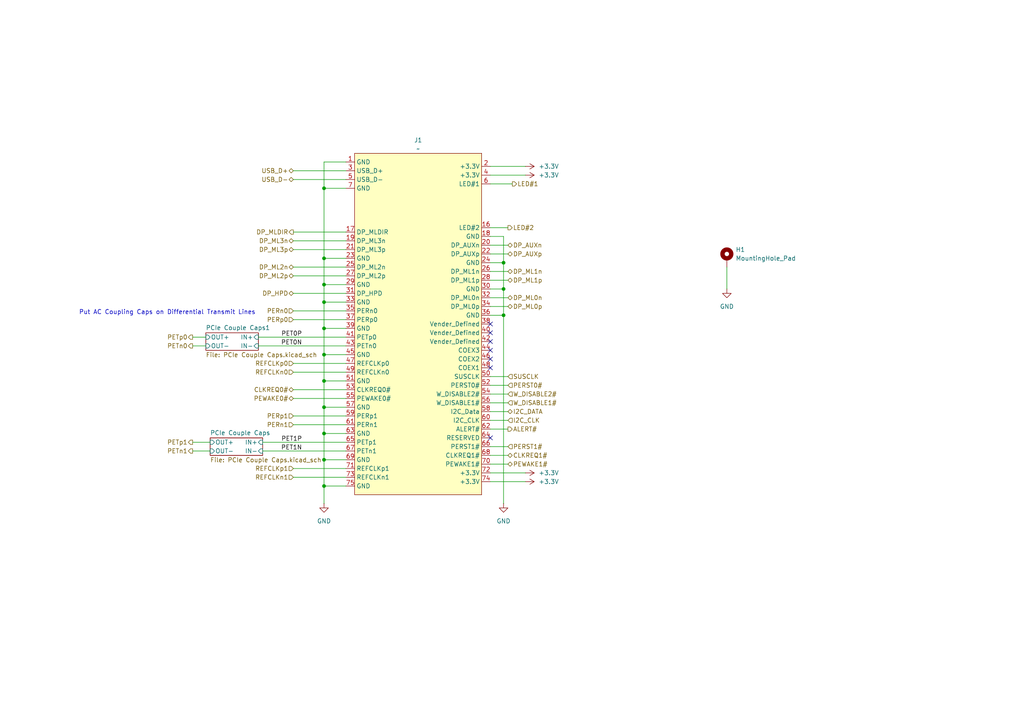
<source format=kicad_sch>
(kicad_sch (version 20250114) (generator "eeschema") (generator_version "9.0")
  (paper "A4")
  (lib_symbols
    (symbol "Mechanical:MountingHole_Pad" (pin_numbers (hide yes)) (pin_names (offset 1.016) (hide yes)) (in_bom no)
      (property "Reference" "H" (at 0 6.35 0))
      (property "Value" "MountingHole_Pad" (at 0 4.445 0))
      (symbol "MountingHole_Pad_0_1"
        (circle (center 0 1.27) (radius 1.27) (stroke (width 1.27)))
      )
      (symbol "MountingHole_Pad_1_1"
        (pin input line (at 0 -2.54 90) (length 2.54) (name "1") (number "1"))
      )
    )
    (symbol "PCIexpress:M.2_A_Key"
      (property "Reference" "J" (at 0 0 0))
      (symbol "M.2_A_Key_0_1"
        (rectangle (start -17.78 -5.08) (end 19.05 -104.14) (fill (type background)))
      )
      (symbol "M.2_A_Key_1_1"
        (pin power_in line (at -20.32 -7.62 0) (length 2.54) (name "GND") (number "1"))
        (pin bidirectional line (at -20.32 -10.16 0) (length 2.54) (name "USB_D+") (number "3"))
        (pin bidirectional line (at -20.32 -12.7 0) (length 2.54) (name "USB_D-") (number "5"))
        (pin power_in line (at -20.32 -15.24 0) (length 2.54) (name "GND") (number "7"))
        (pin output line (at -20.32 -27.94 0) (length 2.54) (name "DP_MLDIR") (number "17"))
        (pin bidirectional line (at -20.32 -30.48 0) (length 2.54) (name "DP_ML3n") (number "19"))
        (pin bidirectional line (at -20.32 -33.02 0) (length 2.54) (name "DP_ML3p") (number "21"))
        (pin power_in line (at -20.32 -35.56 0) (length 2.54) (name "GND") (number "23"))
        (pin bidirectional line (at -20.32 -38.1 0) (length 2.54) (name "DP_ML2n") (number "25"))
        (pin bidirectional line (at -20.32 -40.64 0) (length 2.54) (name "DP_ML2p") (number "27"))
        (pin power_in line (at -20.32 -43.18 0) (length 2.54) (name "GND") (number "29"))
        (pin bidirectional line (at -20.32 -45.72 0) (length 2.54) (name "DP_HPD") (number "31"))
        (pin power_in line (at -20.32 -48.26 0) (length 2.54) (name "GND") (number "33"))
        (pin input line (at -20.32 -50.8 0) (length 2.54) (name "PERn0") (number "35"))
        (pin input line (at -20.32 -53.34 0) (length 2.54) (name "PERp0") (number "37"))
        (pin power_in line (at -20.32 -55.88 0) (length 2.54) (name "GND") (number "39"))
        (pin output line (at -20.32 -58.42 0) (length 2.54) (name "PETp0") (number "41"))
        (pin output line (at -20.32 -60.96 0) (length 2.54) (name "PETn0") (number "43"))
        (pin power_in line (at -20.32 -63.5 0) (length 2.54) (name "GND") (number "45"))
        (pin input line (at -20.32 -66.04 0) (length 2.54) (name "REFCLKp0") (number "47"))
        (pin input line (at -20.32 -68.58 0) (length 2.54) (name "REFCLKn0") (number "49"))
        (pin power_in line (at -20.32 -71.12 0) (length 2.54) (name "GND") (number "51"))
        (pin bidirectional line (at -20.32 -73.66 0) (length 2.54) (name "CLKREQ0#") (number "53"))
        (pin bidirectional line (at -20.32 -76.2 0) (length 2.54) (name "PEWAKE0#") (number "55"))
        (pin power_in line (at -20.32 -78.74 0) (length 2.54) (name "GND") (number "57"))
        (pin input line (at -20.32 -81.28 0) (length 2.54) (name "PERp1") (number "59"))
        (pin input line (at -20.32 -83.82 0) (length 2.54) (name "PERn1") (number "61"))
        (pin power_in line (at -20.32 -86.36 0) (length 2.54) (name "GND") (number "63"))
        (pin output line (at -20.32 -88.9 0) (length 2.54) (name "PETp1") (number "65"))
        (pin output line (at -20.32 -91.44 0) (length 2.54) (name "PETn1") (number "67"))
        (pin passive line (at -20.32 -93.98 0) (length 2.54) (name "GND") (number "69"))
        (pin input line (at -20.32 -96.52 0) (length 2.54) (name "REFCLKp1") (number "71"))
        (pin input line (at -20.32 -99.06 0) (length 2.54) (name "REFCLKn1") (number "73"))
        (pin power_in line (at -20.32 -101.6 0) (length 2.54) (name "GND") (number "75"))
        (pin power_in line (at 21.59 -8.89 180) (length 2.54) (name "+3.3V") (number "2"))
        (pin power_in line (at 21.59 -11.43 180) (length 2.54) (name "+3.3V") (number "4"))
        (pin output line (at 21.59 -13.97 180) (length 2.54) (name "LED#1") (number "6"))
        (pin output line (at 21.59 -26.67 180) (length 2.54) (name "LED#2") (number "16"))
        (pin power_in line (at 21.59 -29.21 180) (length 2.54) (name "GND") (number "18"))
        (pin bidirectional line (at 21.59 -31.75 180) (length 2.54) (name "DP_AUXn") (number "20"))
        (pin bidirectional line (at 21.59 -34.29 180) (length 2.54) (name "DP_AUXp") (number "22"))
        (pin power_in line (at 21.59 -36.83 180) (length 2.54) (name "GND") (number "24"))
        (pin bidirectional line (at 21.59 -39.37 180) (length 2.54) (name "DP_ML1n") (number "26"))
        (pin bidirectional line (at 21.59 -41.91 180) (length 2.54) (name "DP_ML1p") (number "28"))
        (pin power_in line (at 21.59 -44.45 180) (length 2.54) (name "GND") (number "30"))
        (pin bidirectional line (at 21.59 -46.99 180) (length 2.54) (name "DP_ML0n") (number "32"))
        (pin bidirectional line (at 21.59 -49.53 180) (length 2.54) (name "DP_ML0p") (number "34"))
        (pin power_in line (at 21.59 -52.07 180) (length 2.54) (name "GND") (number "36"))
        (pin unspecified line (at 21.59 -54.61 180) (length 2.54) (name "Vender_Defined") (number "38"))
        (pin unspecified line (at 21.59 -57.15 180) (length 2.54) (name "Vender_Defined") (number "40"))
        (pin unspecified line (at 21.59 -59.69 180) (length 2.54) (name "Vender_Defined") (number "42"))
        (pin bidirectional line (at 21.59 -62.23 180) (length 2.54) (name "COEX3") (number "44"))
        (pin bidirectional line (at 21.59 -64.77 180) (length 2.54) (name "COEX2") (number "46"))
        (pin bidirectional line (at 21.59 -67.31 180) (length 2.54) (name "COEX1") (number "48"))
        (pin input line (at 21.59 -69.85 180) (length 2.54) (name "SUSCLK") (number "50"))
        (pin input line (at 21.59 -72.39 180) (length 2.54) (name "PERST0#") (number "52"))
        (pin input line (at 21.59 -74.93 180) (length 2.54) (name "W_DISABLE2#") (number "54"))
        (pin input line (at 21.59 -77.47 180) (length 2.54) (name "W_DISABLE1#") (number "56"))
        (pin bidirectional line (at 21.59 -80.01 180) (length 2.54) (name "I2C_Data") (number "58"))
        (pin input line (at 21.59 -82.55 180) (length 2.54) (name "I2C_CLK") (number "60"))
        (pin output line (at 21.59 -85.09 180) (length 2.54) (name "ALERT#") (number "62"))
        (pin unspecified line (at 21.59 -87.63 180) (length 2.54) (name "RESERVED") (number "64"))
        (pin input line (at 21.59 -90.17 180) (length 2.54) (name "PERST1#") (number "66"))
        (pin bidirectional line (at 21.59 -92.71 180) (length 2.54) (name "CLKREQ1#") (number "68"))
        (pin bidirectional line (at 21.59 -95.25 180) (length 2.54) (name "PEWAKE1#") (number "70"))
        (pin power_in line (at 21.59 -97.79 180) (length 2.54) (name "+3.3V") (number "72"))
        (pin power_in line (at 21.59 -100.33 180) (length 2.54) (name "+3.3V") (number "74"))
      )
    )
    (symbol "power:+3.3V" (power) (pin_numbers (hide yes)) (pin_names (offset 0) (hide yes))
      (property "Value" "+3.3V" (at 0 3.556 0))
      (symbol "+3.3V_0_1"
        (polyline (pts (xy -0.762 1.27) (xy 0 2.54)))
        (polyline (pts (xy 0 2.54) (xy 0.762 1.27)))
        (polyline (pts (xy 0 0) (xy 0 2.54)))
      )
      (symbol "+3.3V_1_1"
        (pin power_in line (at 0 0 90) (length 0) (name "~") (number "1"))
      )
    )
    (symbol "power:GND" (power) (pin_numbers (hide yes)) (pin_names (offset 0) (hide yes))
      (property "Value" "GND" (at 0 -3.81 0))
      (symbol "GND_0_1"
        (polyline (pts (xy 0 0) (xy 0 -1.27) (xy 1.27 -1.27) (xy 0 -2.54) (xy -1.27 -1.27) (xy 0 -1.27)))
      )
      (symbol "GND_1_1"
        (pin power_in line (at 0 0 270) (length 0) (name "~") (number "1"))
      )
    )
  )
  (text "Put AC Coupling Caps on Differential Transmit Lines" (at 48.514 90.678 0) (effects (font (size 1.27 1.27))))
  (junction (at 93.98 102.87))
  (junction (at 93.98 110.49))
  (junction (at 146.05 91.44))
  (junction (at 93.98 74.93))
  (junction (at 93.98 87.63))
  (junction (at 146.05 83.82))
  (junction (at 93.98 140.97))
  (junction (at 93.98 54.61))
  (junction (at 93.98 118.11))
  (junction (at 93.98 95.25))
  (junction (at 93.98 125.73))
  (junction (at 93.98 82.55))
  (junction (at 146.05 76.2))
  (junction (at 93.98 133.35))
  (no_connect (at 142.24 101.6))
  (no_connect (at 142.24 127))
  (no_connect (at 142.24 104.14))
  (no_connect (at 142.24 106.68))
  (no_connect (at 142.24 96.52))
  (no_connect (at 142.24 99.06))
  (no_connect (at 142.24 93.98))
  (wire (pts (xy 142.24 86.36) (xy 147.32 86.36)))
  (wire (pts (xy 93.98 118.11) (xy 93.98 125.73)))
  (wire (pts (xy 146.05 83.82) (xy 146.05 91.44)))
  (wire (pts (xy 76.2 128.27) (xy 100.33 128.27)))
  (wire (pts (xy 93.98 133.35) (xy 93.98 140.97)))
  (wire (pts (xy 93.98 110.49) (xy 93.98 118.11)))
  (wire (pts (xy 93.98 54.61) (xy 93.98 74.93)))
  (wire (pts (xy 74.93 100.33) (xy 100.33 100.33)))
  (wire (pts (xy 210.82 77.47) (xy 210.82 83.82)))
  (wire (pts (xy 142.24 48.26) (xy 152.4 48.26)))
  (wire (pts (xy 142.24 71.12) (xy 147.32 71.12)))
  (wire (pts (xy 85.09 120.65) (xy 100.33 120.65)))
  (wire (pts (xy 100.33 140.97) (xy 93.98 140.97)))
  (wire (pts (xy 142.24 111.76) (xy 147.32 111.76)))
  (wire (pts (xy 142.24 66.04) (xy 147.32 66.04)))
  (wire (pts (xy 93.98 102.87) (xy 93.98 110.49)))
  (wire (pts (xy 85.09 90.17) (xy 100.33 90.17)))
  (wire (pts (xy 100.33 46.99) (xy 93.98 46.99)))
  (wire (pts (xy 142.24 119.38) (xy 147.32 119.38)))
  (wire (pts (xy 100.33 82.55) (xy 93.98 82.55)))
  (wire (pts (xy 142.24 76.2) (xy 146.05 76.2)))
  (wire (pts (xy 93.98 74.93) (xy 93.98 82.55)))
  (wire (pts (xy 100.33 74.93) (xy 93.98 74.93)))
  (wire (pts (xy 85.09 49.53) (xy 100.33 49.53)))
  (wire (pts (xy 74.93 97.79) (xy 100.33 97.79)))
  (wire (pts (xy 93.98 46.99) (xy 93.98 54.61)))
  (wire (pts (xy 142.24 68.58) (xy 146.05 68.58)))
  (wire (pts (xy 100.33 110.49) (xy 93.98 110.49)))
  (wire (pts (xy 100.33 118.11) (xy 93.98 118.11)))
  (wire (pts (xy 85.09 52.07) (xy 100.33 52.07)))
  (wire (pts (xy 100.33 125.73) (xy 93.98 125.73)))
  (wire (pts (xy 142.24 91.44) (xy 146.05 91.44)))
  (wire (pts (xy 142.24 81.28) (xy 147.32 81.28)))
  (wire (pts (xy 55.88 100.33) (xy 59.69 100.33)))
  (wire (pts (xy 142.24 121.92) (xy 147.32 121.92)))
  (wire (pts (xy 100.33 54.61) (xy 93.98 54.61)))
  (wire (pts (xy 85.09 80.01) (xy 100.33 80.01)))
  (wire (pts (xy 55.88 128.27) (xy 60.96 128.27)))
  (wire (pts (xy 142.24 114.3) (xy 147.32 114.3)))
  (wire (pts (xy 55.88 97.79) (xy 59.69 97.79)))
  (wire (pts (xy 142.24 53.34) (xy 148.59 53.34)))
  (wire (pts (xy 85.09 77.47) (xy 100.33 77.47)))
  (wire (pts (xy 93.98 82.55) (xy 93.98 87.63)))
  (wire (pts (xy 100.33 87.63) (xy 93.98 87.63)))
  (wire (pts (xy 142.24 132.08) (xy 147.32 132.08)))
  (wire (pts (xy 85.09 92.71) (xy 100.33 92.71)))
  (wire (pts (xy 142.24 78.74) (xy 147.32 78.74)))
  (wire (pts (xy 142.24 83.82) (xy 146.05 83.82)))
  (wire (pts (xy 142.24 124.46) (xy 147.32 124.46)))
  (wire (pts (xy 142.24 50.8) (xy 152.4 50.8)))
  (wire (pts (xy 146.05 91.44) (xy 146.05 146.05)))
  (wire (pts (xy 85.09 105.41) (xy 100.33 105.41)))
  (wire (pts (xy 142.24 109.22) (xy 147.32 109.22)))
  (wire (pts (xy 93.98 87.63) (xy 93.98 95.25)))
  (wire (pts (xy 142.24 134.62) (xy 147.32 134.62)))
  (wire (pts (xy 85.09 113.03) (xy 100.33 113.03)))
  (wire (pts (xy 142.24 137.16) (xy 152.4 137.16)))
  (wire (pts (xy 55.88 130.81) (xy 60.96 130.81)))
  (wire (pts (xy 146.05 76.2) (xy 146.05 83.82)))
  (wire (pts (xy 85.09 67.31) (xy 100.33 67.31)))
  (wire (pts (xy 142.24 73.66) (xy 147.32 73.66)))
  (wire (pts (xy 85.09 69.85) (xy 100.33 69.85)))
  (wire (pts (xy 85.09 85.09) (xy 100.33 85.09)))
  (wire (pts (xy 142.24 116.84) (xy 147.32 116.84)))
  (wire (pts (xy 93.98 95.25) (xy 93.98 102.87)))
  (wire (pts (xy 85.09 115.57) (xy 100.33 115.57)))
  (wire (pts (xy 100.33 102.87) (xy 93.98 102.87)))
  (wire (pts (xy 100.33 133.35) (xy 93.98 133.35)))
  (wire (pts (xy 142.24 139.7) (xy 152.4 139.7)))
  (wire (pts (xy 85.09 135.89) (xy 100.33 135.89)))
  (wire (pts (xy 85.09 138.43) (xy 100.33 138.43)))
  (wire (pts (xy 85.09 123.19) (xy 100.33 123.19)))
  (wire (pts (xy 142.24 129.54) (xy 147.32 129.54)))
  (wire (pts (xy 76.2 130.81) (xy 100.33 130.81)))
  (wire (pts (xy 93.98 125.73) (xy 93.98 133.35)))
  (wire (pts (xy 100.33 95.25) (xy 93.98 95.25)))
  (wire (pts (xy 85.09 72.39) (xy 100.33 72.39)))
  (wire (pts (xy 142.24 88.9) (xy 147.32 88.9)))
  (wire (pts (xy 85.09 107.95) (xy 100.33 107.95)))
  (wire (pts (xy 93.98 140.97) (xy 93.98 146.05)))
  (wire (pts (xy 146.05 68.58) (xy 146.05 76.2)))
  (label "PET0P" (at 87.63 97.79 180))
  (label "PET1N" (at 87.63 130.81 180))
  (label "PET0N" (at 87.63 100.33 180))
  (label "PET1P" (at 87.63 128.27 180))
  (hierarchical_label "USB_D-" (shape bidirectional) (at 85.09 52.07 180))
  (hierarchical_label "LED#2" (shape output) (at 147.32 66.04 0))
  (hierarchical_label "PERST1#" (shape input) (at 147.32 129.54 0))
  (hierarchical_label "DP_AUXn" (shape bidirectional) (at 147.32 71.12 0))
  (hierarchical_label "PEWAKE1#" (shape bidirectional) (at 147.32 134.62 0))
  (hierarchical_label "CLKREQ1#" (shape bidirectional) (at 147.32 132.08 0))
  (hierarchical_label "REFCLKn0" (shape input) (at 85.09 107.95 180))
  (hierarchical_label "PETn1" (shape output) (at 55.88 130.81 180))
  (hierarchical_label "REFCLKn1" (shape input) (at 85.09 138.43 180))
  (hierarchical_label "DP_ML1p" (shape bidirectional) (at 147.32 81.28 0))
  (hierarchical_label "REFCLKp0" (shape input) (at 85.09 105.41 180))
  (hierarchical_label "PERp1" (shape input) (at 85.09 120.65 180))
  (hierarchical_label "SUSCLK" (shape input) (at 147.32 109.22 0))
  (hierarchical_label "USB_D+" (shape bidirectional) (at 85.09 49.53 180))
  (hierarchical_label "DP_ML0p" (shape bidirectional) (at 147.32 88.9 0))
  (hierarchical_label "PEWAKE0#" (shape bidirectional) (at 85.09 115.57 180))
  (hierarchical_label "DP_ML0n" (shape bidirectional) (at 147.32 86.36 0))
  (hierarchical_label "PERn1" (shape input) (at 85.09 123.19 180))
  (hierarchical_label "DP_MLDIR" (shape output) (at 85.09 67.31 180))
  (hierarchical_label "LED#1" (shape output) (at 148.59 53.34 0))
  (hierarchical_label "DP_ML3p" (shape bidirectional) (at 85.09 72.39 180))
  (hierarchical_label "DP_ML3n" (shape bidirectional) (at 85.09 69.85 180))
  (hierarchical_label "DP_ML2p" (shape bidirectional) (at 85.09 80.01 180))
  (hierarchical_label "PERp0" (shape input) (at 85.09 92.71 180))
  (hierarchical_label "W_DISABLE2#" (shape input) (at 147.32 114.3 0))
  (hierarchical_label "PETp1" (shape output) (at 55.88 128.27 180))
  (hierarchical_label "DP_ML1n" (shape bidirectional) (at 147.32 78.74 0))
  (hierarchical_label "PETp0" (shape output) (at 55.88 97.79 180))
  (hierarchical_label "W_DISABLE1#" (shape input) (at 147.32 116.84 0))
  (hierarchical_label "REFCLKp1" (shape input) (at 85.09 135.89 180))
  (hierarchical_label "PERn0" (shape input) (at 85.09 90.17 180))
  (hierarchical_label "I2C_DATA" (shape bidirectional) (at 147.32 119.38 0))
  (hierarchical_label "I2C_CLK" (shape input) (at 147.32 121.92 0))
  (hierarchical_label "ALERT#" (shape output) (at 147.32 124.46 0))
  (hierarchical_label "DP_HPD" (shape bidirectional) (at 85.09 85.09 180))
  (hierarchical_label "PERST0#" (shape input) (at 147.32 111.76 0))
  (hierarchical_label "DP_ML2n" (shape bidirectional) (at 85.09 77.47 180))
  (hierarchical_label "CLKREQ0#" (shape bidirectional) (at 85.09 113.03 180))
  (hierarchical_label "PETn0" (shape output) (at 55.88 100.33 180))
  (hierarchical_label "DP_AUXp" (shape bidirectional) (at 147.32 73.66 0))
  (symbol (lib_id "power:+3.3V") (at 152.4 137.16 270) (unit 1)
    (property "Reference" "#PWR05" (effects (hide yes)))
    (property "Value" "+3.3V" (at 156.21 137.1599 90) (effects (justify left)))
    (property "Description" "Power symbol creates a global label with name \"+3.3V\"" (effects (hide yes)))
  )
  (symbol (lib_id "PCIexpress:M.2_A_Key") (at 120.65 39.37 0) (unit 1)
    (property "Reference" "J1" (at 121.285 40.64 0))
    (property "Value" "~" (at 121.285 43.18 0))
    (property "Footprint" "PCIexpress:M.2 A Key Connector" (effects (hide yes)))
    (property "Note" "Check PCIe M.2 Specification for Pin Alt mode functions. Check your socket pinout for pin functions." (effects (hide yes)))
  )
  (symbol (lib_id "power:GND") (at 93.98 146.05 0) (unit 1)
    (property "Reference" "#PWR01" (effects (hide yes)))
    (property "Value" "GND" (at 93.98 151.13 0))
    (property "Description" "Power symbol creates a global label with name \"GND\" , ground" (effects (hide yes)))
  )
  (symbol (lib_id "power:+3.3V") (at 152.4 50.8 270) (unit 1)
    (property "Reference" "#PWR04" (effects (hide yes)))
    (property "Value" "+3.3V" (at 156.21 50.7999 90) (effects (justify left)))
    (property "Description" "Power symbol creates a global label with name \"+3.3V\"" (effects (hide yes)))
  )
  (symbol (lib_id "power:GND") (at 210.82 83.82 0) (unit 1)
    (property "Reference" "#PWR07" (effects (hide yes)))
    (property "Value" "GND" (at 210.82 88.9 0))
    (property "Description" "Power symbol creates a global label with name \"GND\" , ground" (effects (hide yes)))
  )
  (symbol (lib_id "power:+3.3V") (at 152.4 48.26 270) (unit 1)
    (property "Reference" "#PWR03" (effects (hide yes)))
    (property "Value" "+3.3V" (at 156.21 48.2599 90) (effects (justify left)))
    (property "Description" "Power symbol creates a global label with name \"+3.3V\"" (effects (hide yes)))
  )
  (symbol (lib_id "power:+3.3V") (at 152.4 139.7 270) (unit 1)
    (property "Reference" "#PWR06" (effects (hide yes)))
    (property "Value" "+3.3V" (at 156.21 139.6999 90) (effects (justify left)))
    (property "Description" "Power symbol creates a global label with name \"+3.3V\"" (effects (hide yes)))
  )
  (symbol (lib_id "power:GND") (at 146.05 146.05 0) (unit 1)
    (property "Reference" "#PWR02" (effects (hide yes)))
    (property "Value" "GND" (at 146.05 151.13 0))
    (property "Description" "Power symbol creates a global label with name \"GND\" , ground" (effects (hide yes)))
  )
  (symbol (lib_id "Mechanical:MountingHole_Pad") (at 210.82 74.93 0) (unit 1) (in_bom no)
    (property "Reference" "H1" (at 213.36 72.3899 0) (effects (justify left)))
    (property "Value" "MountingHole_Pad" (at 213.36 74.9299 0) (effects (justify left)))
    (property "Footprint" "PCIexpress:M.2 Mounting Pad" (effects (hide yes)))
    (property "Description" "Mounting Hole with connection" (effects (hide yes)))
  )
  (sheet (at 59.69 96.52) (size 15.24 5.08) (stroke (width 0.1524))
    (property "Sheetname" "PCIe Couple Caps1" (at 59.69 95.8084 0) (effects (justify left bottom)))
    (property "Sheetfile" "PCIe Couple Caps.kicad_sch" (at 59.69 102.1846 0) (effects (justify left top)))
    (pin "OUT-" input (at 59.69 100.33 180))
    (pin "IN+" input (at 74.93 97.79 0))
    (pin "OUT+" input (at 59.69 97.79 180))
    (pin "IN-" input (at 74.93 100.33 0))
  )
  (sheet (at 60.96 127) (size 15.24 5.08) (stroke (width 0.1524))
    (property "Sheetname" "PCIe Couple Caps" (at 60.96 126.2884 0) (effects (justify left bottom)))
    (property "Sheetfile" "PCIe Couple Caps.kicad_sch" (at 60.96 132.6646 0) (effects (justify left top)))
    (pin "OUT-" input (at 60.96 130.81 180))
    (pin "IN+" input (at 76.2 128.27 0))
    (pin "OUT+" input (at 60.96 128.27 180))
    (pin "IN-" input (at 76.2 130.81 0))
  )
)
</source>
